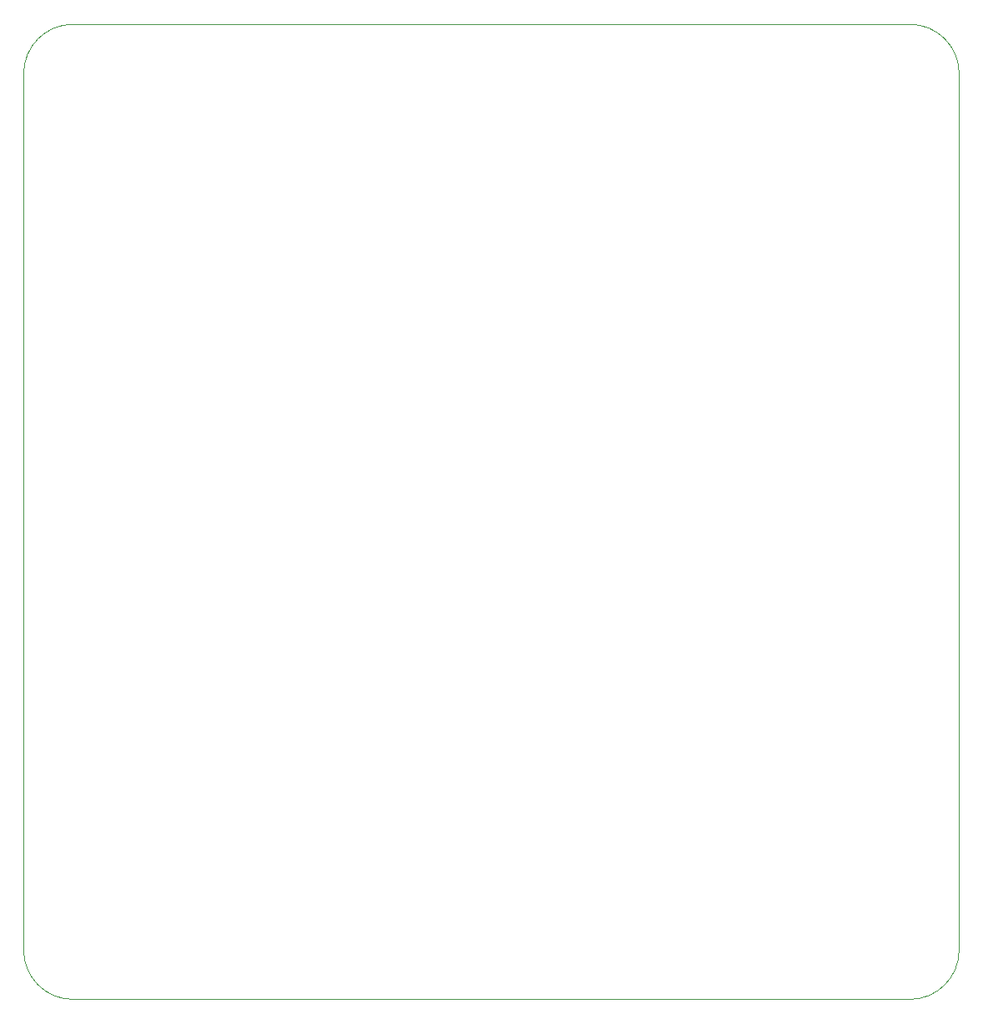
<source format=gbr>
%TF.GenerationSoftware,KiCad,Pcbnew,9.0.6*%
%TF.CreationDate,2026-02-15T15:54:59-05:00*%
%TF.ProjectId,polaris3.1,706f6c61-7269-4733-932e-312e6b696361,rev?*%
%TF.SameCoordinates,Original*%
%TF.FileFunction,Profile,NP*%
%FSLAX46Y46*%
G04 Gerber Fmt 4.6, Leading zero omitted, Abs format (unit mm)*
G04 Created by KiCad (PCBNEW 9.0.6) date 2026-02-15 15:54:59*
%MOMM*%
%LPD*%
G01*
G04 APERTURE LIST*
%TA.AperFunction,Profile*%
%ADD10C,0.050000*%
%TD*%
G04 APERTURE END LIST*
D10*
X184225000Y-49390000D02*
G75*
G02*
X189225000Y-54390000I0J-5000000D01*
G01*
X184225000Y-148390000D02*
X99225000Y-148390000D01*
X94225000Y-143390000D02*
X94225000Y-54390000D01*
X189225000Y-54390000D02*
X189225000Y-143390000D01*
X94225000Y-54390000D02*
G75*
G02*
X99225000Y-49390000I5000000J0D01*
G01*
X99225000Y-49390000D02*
X184225000Y-49390000D01*
X99225000Y-148390000D02*
G75*
G02*
X94225000Y-143390000I0J5000000D01*
G01*
X189225000Y-143390000D02*
G75*
G02*
X184225000Y-148390000I-5000000J0D01*
G01*
M02*

</source>
